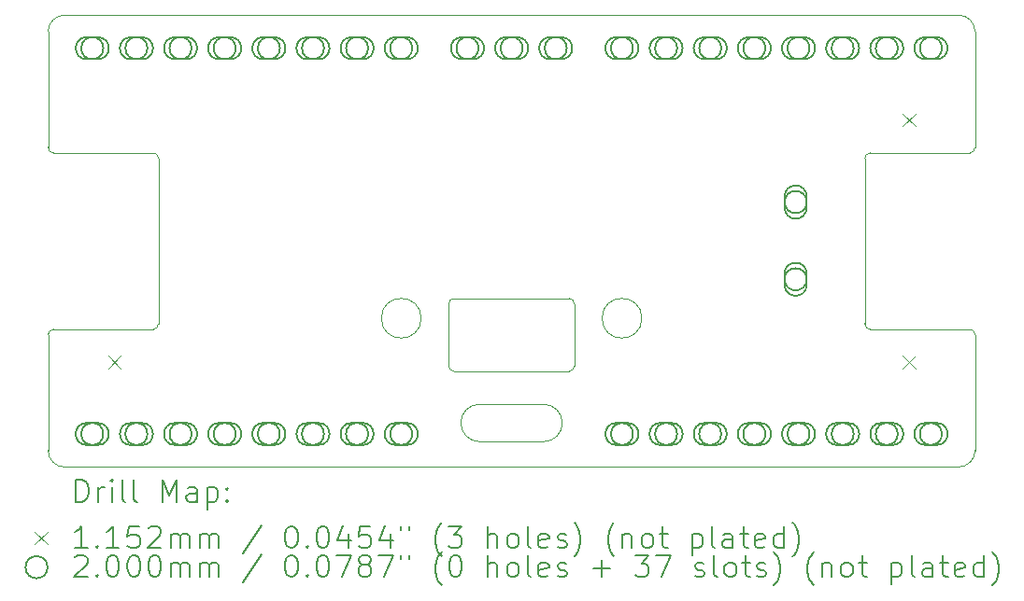
<source format=gbr>
%TF.GenerationSoftware,KiCad,Pcbnew,6.0.10+dfsg-1~bpo11+1*%
%TF.ProjectId,project,70726f6a-6563-4742-9e6b-696361645f70,rev?*%
%TF.SameCoordinates,Original*%
%TF.FileFunction,Drillmap*%
%TF.FilePolarity,Positive*%
%FSLAX45Y45*%
G04 Gerber Fmt 4.5, Leading zero omitted, Abs format (unit mm)*
%MOMM*%
%LPD*%
G01*
G04 APERTURE LIST*
%ADD10C,0.100000*%
%ADD11C,0.200000*%
%ADD12C,0.115200*%
G04 APERTURE END LIST*
D10*
X12776250Y-7053750D02*
G75*
G03*
X12626250Y-7203750I0J-150000D01*
G01*
X17116250Y-10923750D02*
G75*
G03*
X17116250Y-10583750I300J170000D01*
G01*
X17346250Y-10283750D02*
X16306250Y-10283750D01*
X16536250Y-10583750D02*
G75*
G03*
X16536250Y-10923750I-300J-170000D01*
G01*
X21026250Y-7203750D02*
G75*
G03*
X20876250Y-7053750I-150000J0D01*
G01*
X12626250Y-9953750D02*
X12626250Y-11003750D01*
X20826250Y-11153750D02*
X12826250Y-11153750D01*
X20026250Y-9853750D02*
X20026250Y-8353750D01*
X20076250Y-8303750D02*
X20976250Y-8303750D01*
X20876250Y-7053750D02*
X12776250Y-7053750D01*
X18006250Y-9803750D02*
G75*
G03*
X18006250Y-9803750I-180000J0D01*
G01*
X16256250Y-10233750D02*
X16256250Y-9673750D01*
X17396250Y-9673750D02*
G75*
G03*
X17346250Y-9623750I-50000J0D01*
G01*
X20976250Y-9903750D02*
X20076250Y-9903750D01*
X16306250Y-9623750D02*
G75*
G03*
X16256250Y-9673750I0J-50000D01*
G01*
X16006250Y-9803750D02*
G75*
G03*
X16006250Y-9803750I-180000J0D01*
G01*
X13576250Y-9903750D02*
G75*
G03*
X13626250Y-9853750I0J50000D01*
G01*
X17346250Y-10283750D02*
G75*
G03*
X17396250Y-10233750I0J50000D01*
G01*
X16536250Y-10583750D02*
X17116250Y-10583750D01*
X20026250Y-9853750D02*
G75*
G03*
X20076250Y-9903750I50000J0D01*
G01*
X13576250Y-9903750D02*
X12676250Y-9903750D01*
X12626250Y-11003750D02*
G75*
G03*
X12776250Y-11153750I150000J0D01*
G01*
X21026250Y-8253750D02*
X21026250Y-7203750D01*
X12626250Y-8253750D02*
G75*
G03*
X12676250Y-8303750I50000J0D01*
G01*
X20876250Y-11153750D02*
X20826250Y-11153750D01*
X17116250Y-10923750D02*
X16536250Y-10923750D01*
X12676250Y-9903750D02*
G75*
G03*
X12626250Y-9953750I0J-50000D01*
G01*
X20076250Y-8303750D02*
G75*
G03*
X20026250Y-8353750I0J-50000D01*
G01*
X17396250Y-9673750D02*
X17396250Y-10233750D01*
X20876250Y-11153750D02*
G75*
G03*
X21026250Y-11003750I0J150000D01*
G01*
X13626250Y-8353750D02*
X13626250Y-9853750D01*
X12626250Y-7203750D02*
X12626250Y-8253750D01*
X20976250Y-8303750D02*
G75*
G03*
X21026250Y-8253750I0J50000D01*
G01*
X13626250Y-8353750D02*
G75*
G03*
X13576250Y-8303750I-50000J0D01*
G01*
X21026250Y-9953750D02*
X21026250Y-11003750D01*
X16306250Y-9623750D02*
X17346250Y-9623750D01*
X12776250Y-11153750D02*
X12826250Y-11153750D01*
X12676250Y-8303750D02*
X13576250Y-8303750D01*
X16256250Y-10233750D02*
G75*
G03*
X16306250Y-10283750I50000J0D01*
G01*
X21026250Y-9953750D02*
G75*
G03*
X20976250Y-9903750I-50000J0D01*
G01*
D11*
D12*
X13168650Y-10146150D02*
X13283850Y-10261350D01*
X13283850Y-10146150D02*
X13168650Y-10261350D01*
X20368650Y-7946150D02*
X20483850Y-8061350D01*
X20483850Y-7946150D02*
X20368650Y-8061350D01*
X20368650Y-10146150D02*
X20483850Y-10261350D01*
X20483850Y-10146150D02*
X20368650Y-10261350D01*
D11*
X13126250Y-7353750D02*
G75*
G03*
X13126250Y-7353750I-100000J0D01*
G01*
X13076250Y-7253750D02*
X12976250Y-7253750D01*
X13076250Y-7453750D02*
X12976250Y-7453750D01*
X12976250Y-7253750D02*
G75*
G03*
X12976250Y-7453750I0J-100000D01*
G01*
X13076250Y-7453750D02*
G75*
G03*
X13076250Y-7253750I0J100000D01*
G01*
X13126250Y-10853750D02*
G75*
G03*
X13126250Y-10853750I-100000J0D01*
G01*
X12976250Y-10953750D02*
X13076250Y-10953750D01*
X12976250Y-10753750D02*
X13076250Y-10753750D01*
X13076250Y-10953750D02*
G75*
G03*
X13076250Y-10753750I0J100000D01*
G01*
X12976250Y-10753750D02*
G75*
G03*
X12976250Y-10953750I0J-100000D01*
G01*
X13526250Y-7353750D02*
G75*
G03*
X13526250Y-7353750I-100000J0D01*
G01*
X13476250Y-7253750D02*
X13376250Y-7253750D01*
X13476250Y-7453750D02*
X13376250Y-7453750D01*
X13376250Y-7253750D02*
G75*
G03*
X13376250Y-7453750I0J-100000D01*
G01*
X13476250Y-7453750D02*
G75*
G03*
X13476250Y-7253750I0J100000D01*
G01*
X13526250Y-10853750D02*
G75*
G03*
X13526250Y-10853750I-100000J0D01*
G01*
X13376250Y-10953750D02*
X13476250Y-10953750D01*
X13376250Y-10753750D02*
X13476250Y-10753750D01*
X13476250Y-10953750D02*
G75*
G03*
X13476250Y-10753750I0J100000D01*
G01*
X13376250Y-10753750D02*
G75*
G03*
X13376250Y-10953750I0J-100000D01*
G01*
X13926250Y-7353750D02*
G75*
G03*
X13926250Y-7353750I-100000J0D01*
G01*
X13876250Y-7253750D02*
X13776250Y-7253750D01*
X13876250Y-7453750D02*
X13776250Y-7453750D01*
X13776250Y-7253750D02*
G75*
G03*
X13776250Y-7453750I0J-100000D01*
G01*
X13876250Y-7453750D02*
G75*
G03*
X13876250Y-7253750I0J100000D01*
G01*
X13926250Y-10853750D02*
G75*
G03*
X13926250Y-10853750I-100000J0D01*
G01*
X13776250Y-10953750D02*
X13876250Y-10953750D01*
X13776250Y-10753750D02*
X13876250Y-10753750D01*
X13876250Y-10953750D02*
G75*
G03*
X13876250Y-10753750I0J100000D01*
G01*
X13776250Y-10753750D02*
G75*
G03*
X13776250Y-10953750I0J-100000D01*
G01*
X14326250Y-7353750D02*
G75*
G03*
X14326250Y-7353750I-100000J0D01*
G01*
X14276250Y-7253750D02*
X14176250Y-7253750D01*
X14276250Y-7453750D02*
X14176250Y-7453750D01*
X14176250Y-7253750D02*
G75*
G03*
X14176250Y-7453750I0J-100000D01*
G01*
X14276250Y-7453750D02*
G75*
G03*
X14276250Y-7253750I0J100000D01*
G01*
X14326250Y-10853750D02*
G75*
G03*
X14326250Y-10853750I-100000J0D01*
G01*
X14176250Y-10953750D02*
X14276250Y-10953750D01*
X14176250Y-10753750D02*
X14276250Y-10753750D01*
X14276250Y-10953750D02*
G75*
G03*
X14276250Y-10753750I0J100000D01*
G01*
X14176250Y-10753750D02*
G75*
G03*
X14176250Y-10953750I0J-100000D01*
G01*
X14726250Y-7353750D02*
G75*
G03*
X14726250Y-7353750I-100000J0D01*
G01*
X14676250Y-7253750D02*
X14576250Y-7253750D01*
X14676250Y-7453750D02*
X14576250Y-7453750D01*
X14576250Y-7253750D02*
G75*
G03*
X14576250Y-7453750I0J-100000D01*
G01*
X14676250Y-7453750D02*
G75*
G03*
X14676250Y-7253750I0J100000D01*
G01*
X14726250Y-10853750D02*
G75*
G03*
X14726250Y-10853750I-100000J0D01*
G01*
X14576250Y-10953750D02*
X14676250Y-10953750D01*
X14576250Y-10753750D02*
X14676250Y-10753750D01*
X14676250Y-10953750D02*
G75*
G03*
X14676250Y-10753750I0J100000D01*
G01*
X14576250Y-10753750D02*
G75*
G03*
X14576250Y-10953750I0J-100000D01*
G01*
X15126250Y-7353750D02*
G75*
G03*
X15126250Y-7353750I-100000J0D01*
G01*
X15076250Y-7253750D02*
X14976250Y-7253750D01*
X15076250Y-7453750D02*
X14976250Y-7453750D01*
X14976250Y-7253750D02*
G75*
G03*
X14976250Y-7453750I0J-100000D01*
G01*
X15076250Y-7453750D02*
G75*
G03*
X15076250Y-7253750I0J100000D01*
G01*
X15126250Y-10853750D02*
G75*
G03*
X15126250Y-10853750I-100000J0D01*
G01*
X14976250Y-10953750D02*
X15076250Y-10953750D01*
X14976250Y-10753750D02*
X15076250Y-10753750D01*
X15076250Y-10953750D02*
G75*
G03*
X15076250Y-10753750I0J100000D01*
G01*
X14976250Y-10753750D02*
G75*
G03*
X14976250Y-10953750I0J-100000D01*
G01*
X15526250Y-7353750D02*
G75*
G03*
X15526250Y-7353750I-100000J0D01*
G01*
X15476250Y-7253750D02*
X15376250Y-7253750D01*
X15476250Y-7453750D02*
X15376250Y-7453750D01*
X15376250Y-7253750D02*
G75*
G03*
X15376250Y-7453750I0J-100000D01*
G01*
X15476250Y-7453750D02*
G75*
G03*
X15476250Y-7253750I0J100000D01*
G01*
X15526250Y-10853750D02*
G75*
G03*
X15526250Y-10853750I-100000J0D01*
G01*
X15376250Y-10953750D02*
X15476250Y-10953750D01*
X15376250Y-10753750D02*
X15476250Y-10753750D01*
X15476250Y-10953750D02*
G75*
G03*
X15476250Y-10753750I0J100000D01*
G01*
X15376250Y-10753750D02*
G75*
G03*
X15376250Y-10953750I0J-100000D01*
G01*
X15926250Y-7353750D02*
G75*
G03*
X15926250Y-7353750I-100000J0D01*
G01*
X15876250Y-7253750D02*
X15776250Y-7253750D01*
X15876250Y-7453750D02*
X15776250Y-7453750D01*
X15776250Y-7253750D02*
G75*
G03*
X15776250Y-7453750I0J-100000D01*
G01*
X15876250Y-7453750D02*
G75*
G03*
X15876250Y-7253750I0J100000D01*
G01*
X15926250Y-10853750D02*
G75*
G03*
X15926250Y-10853750I-100000J0D01*
G01*
X15776250Y-10953750D02*
X15876250Y-10953750D01*
X15776250Y-10753750D02*
X15876250Y-10753750D01*
X15876250Y-10953750D02*
G75*
G03*
X15876250Y-10753750I0J100000D01*
G01*
X15776250Y-10753750D02*
G75*
G03*
X15776250Y-10953750I0J-100000D01*
G01*
X16526250Y-7353750D02*
G75*
G03*
X16526250Y-7353750I-100000J0D01*
G01*
X16476250Y-7253750D02*
X16376250Y-7253750D01*
X16476250Y-7453750D02*
X16376250Y-7453750D01*
X16376250Y-7253750D02*
G75*
G03*
X16376250Y-7453750I0J-100000D01*
G01*
X16476250Y-7453750D02*
G75*
G03*
X16476250Y-7253750I0J100000D01*
G01*
X16926250Y-7353750D02*
G75*
G03*
X16926250Y-7353750I-100000J0D01*
G01*
X16876250Y-7253750D02*
X16776250Y-7253750D01*
X16876250Y-7453750D02*
X16776250Y-7453750D01*
X16776250Y-7253750D02*
G75*
G03*
X16776250Y-7453750I0J-100000D01*
G01*
X16876250Y-7453750D02*
G75*
G03*
X16876250Y-7253750I0J100000D01*
G01*
X17326250Y-7353750D02*
G75*
G03*
X17326250Y-7353750I-100000J0D01*
G01*
X17276250Y-7253750D02*
X17176250Y-7253750D01*
X17276250Y-7453750D02*
X17176250Y-7453750D01*
X17176250Y-7253750D02*
G75*
G03*
X17176250Y-7453750I0J-100000D01*
G01*
X17276250Y-7453750D02*
G75*
G03*
X17276250Y-7253750I0J100000D01*
G01*
X17926250Y-7353750D02*
G75*
G03*
X17926250Y-7353750I-100000J0D01*
G01*
X17876250Y-7253750D02*
X17776250Y-7253750D01*
X17876250Y-7453750D02*
X17776250Y-7453750D01*
X17776250Y-7253750D02*
G75*
G03*
X17776250Y-7453750I0J-100000D01*
G01*
X17876250Y-7453750D02*
G75*
G03*
X17876250Y-7253750I0J100000D01*
G01*
X17926250Y-10853750D02*
G75*
G03*
X17926250Y-10853750I-100000J0D01*
G01*
X17776250Y-10953750D02*
X17876250Y-10953750D01*
X17776250Y-10753750D02*
X17876250Y-10753750D01*
X17876250Y-10953750D02*
G75*
G03*
X17876250Y-10753750I0J100000D01*
G01*
X17776250Y-10753750D02*
G75*
G03*
X17776250Y-10953750I0J-100000D01*
G01*
X18326250Y-7353750D02*
G75*
G03*
X18326250Y-7353750I-100000J0D01*
G01*
X18276250Y-7253750D02*
X18176250Y-7253750D01*
X18276250Y-7453750D02*
X18176250Y-7453750D01*
X18176250Y-7253750D02*
G75*
G03*
X18176250Y-7453750I0J-100000D01*
G01*
X18276250Y-7453750D02*
G75*
G03*
X18276250Y-7253750I0J100000D01*
G01*
X18326250Y-10853750D02*
G75*
G03*
X18326250Y-10853750I-100000J0D01*
G01*
X18176250Y-10953750D02*
X18276250Y-10953750D01*
X18176250Y-10753750D02*
X18276250Y-10753750D01*
X18276250Y-10953750D02*
G75*
G03*
X18276250Y-10753750I0J100000D01*
G01*
X18176250Y-10753750D02*
G75*
G03*
X18176250Y-10953750I0J-100000D01*
G01*
X18726250Y-7353750D02*
G75*
G03*
X18726250Y-7353750I-100000J0D01*
G01*
X18676250Y-7253750D02*
X18576250Y-7253750D01*
X18676250Y-7453750D02*
X18576250Y-7453750D01*
X18576250Y-7253750D02*
G75*
G03*
X18576250Y-7453750I0J-100000D01*
G01*
X18676250Y-7453750D02*
G75*
G03*
X18676250Y-7253750I0J100000D01*
G01*
X18726250Y-10853750D02*
G75*
G03*
X18726250Y-10853750I-100000J0D01*
G01*
X18576250Y-10953750D02*
X18676250Y-10953750D01*
X18576250Y-10753750D02*
X18676250Y-10753750D01*
X18676250Y-10953750D02*
G75*
G03*
X18676250Y-10753750I0J100000D01*
G01*
X18576250Y-10753750D02*
G75*
G03*
X18576250Y-10953750I0J-100000D01*
G01*
X19126250Y-7353750D02*
G75*
G03*
X19126250Y-7353750I-100000J0D01*
G01*
X19076250Y-7253750D02*
X18976250Y-7253750D01*
X19076250Y-7453750D02*
X18976250Y-7453750D01*
X18976250Y-7253750D02*
G75*
G03*
X18976250Y-7453750I0J-100000D01*
G01*
X19076250Y-7453750D02*
G75*
G03*
X19076250Y-7253750I0J100000D01*
G01*
X19126250Y-10853750D02*
G75*
G03*
X19126250Y-10853750I-100000J0D01*
G01*
X18976250Y-10953750D02*
X19076250Y-10953750D01*
X18976250Y-10753750D02*
X19076250Y-10753750D01*
X19076250Y-10953750D02*
G75*
G03*
X19076250Y-10753750I0J100000D01*
G01*
X18976250Y-10753750D02*
G75*
G03*
X18976250Y-10953750I0J-100000D01*
G01*
X19500000Y-8750000D02*
G75*
G03*
X19500000Y-8750000I-100000J0D01*
G01*
X19500000Y-8800000D02*
X19500000Y-8700000D01*
X19300000Y-8800000D02*
X19300000Y-8700000D01*
X19500000Y-8700000D02*
G75*
G03*
X19300000Y-8700000I-100000J0D01*
G01*
X19300000Y-8800000D02*
G75*
G03*
X19500000Y-8800000I100000J0D01*
G01*
X19500000Y-9450000D02*
G75*
G03*
X19500000Y-9450000I-100000J0D01*
G01*
X19500000Y-9500000D02*
X19500000Y-9400000D01*
X19300000Y-9500000D02*
X19300000Y-9400000D01*
X19500000Y-9400000D02*
G75*
G03*
X19300000Y-9400000I-100000J0D01*
G01*
X19300000Y-9500000D02*
G75*
G03*
X19500000Y-9500000I100000J0D01*
G01*
X19526250Y-7353750D02*
G75*
G03*
X19526250Y-7353750I-100000J0D01*
G01*
X19476250Y-7253750D02*
X19376250Y-7253750D01*
X19476250Y-7453750D02*
X19376250Y-7453750D01*
X19376250Y-7253750D02*
G75*
G03*
X19376250Y-7453750I0J-100000D01*
G01*
X19476250Y-7453750D02*
G75*
G03*
X19476250Y-7253750I0J100000D01*
G01*
X19526250Y-10853750D02*
G75*
G03*
X19526250Y-10853750I-100000J0D01*
G01*
X19376250Y-10953750D02*
X19476250Y-10953750D01*
X19376250Y-10753750D02*
X19476250Y-10753750D01*
X19476250Y-10953750D02*
G75*
G03*
X19476250Y-10753750I0J100000D01*
G01*
X19376250Y-10753750D02*
G75*
G03*
X19376250Y-10953750I0J-100000D01*
G01*
X19926250Y-7353750D02*
G75*
G03*
X19926250Y-7353750I-100000J0D01*
G01*
X19876250Y-7253750D02*
X19776250Y-7253750D01*
X19876250Y-7453750D02*
X19776250Y-7453750D01*
X19776250Y-7253750D02*
G75*
G03*
X19776250Y-7453750I0J-100000D01*
G01*
X19876250Y-7453750D02*
G75*
G03*
X19876250Y-7253750I0J100000D01*
G01*
X19926250Y-10853750D02*
G75*
G03*
X19926250Y-10853750I-100000J0D01*
G01*
X19776250Y-10953750D02*
X19876250Y-10953750D01*
X19776250Y-10753750D02*
X19876250Y-10753750D01*
X19876250Y-10953750D02*
G75*
G03*
X19876250Y-10753750I0J100000D01*
G01*
X19776250Y-10753750D02*
G75*
G03*
X19776250Y-10953750I0J-100000D01*
G01*
X20326250Y-7353750D02*
G75*
G03*
X20326250Y-7353750I-100000J0D01*
G01*
X20276250Y-7253750D02*
X20176250Y-7253750D01*
X20276250Y-7453750D02*
X20176250Y-7453750D01*
X20176250Y-7253750D02*
G75*
G03*
X20176250Y-7453750I0J-100000D01*
G01*
X20276250Y-7453750D02*
G75*
G03*
X20276250Y-7253750I0J100000D01*
G01*
X20326250Y-10853750D02*
G75*
G03*
X20326250Y-10853750I-100000J0D01*
G01*
X20176250Y-10953750D02*
X20276250Y-10953750D01*
X20176250Y-10753750D02*
X20276250Y-10753750D01*
X20276250Y-10953750D02*
G75*
G03*
X20276250Y-10753750I0J100000D01*
G01*
X20176250Y-10753750D02*
G75*
G03*
X20176250Y-10953750I0J-100000D01*
G01*
X20726250Y-7353750D02*
G75*
G03*
X20726250Y-7353750I-100000J0D01*
G01*
X20676250Y-7253750D02*
X20576250Y-7253750D01*
X20676250Y-7453750D02*
X20576250Y-7453750D01*
X20576250Y-7253750D02*
G75*
G03*
X20576250Y-7453750I0J-100000D01*
G01*
X20676250Y-7453750D02*
G75*
G03*
X20676250Y-7253750I0J100000D01*
G01*
X20726250Y-10853750D02*
G75*
G03*
X20726250Y-10853750I-100000J0D01*
G01*
X20576250Y-10953750D02*
X20676250Y-10953750D01*
X20576250Y-10753750D02*
X20676250Y-10753750D01*
X20676250Y-10953750D02*
G75*
G03*
X20676250Y-10753750I0J100000D01*
G01*
X20576250Y-10753750D02*
G75*
G03*
X20576250Y-10953750I0J-100000D01*
G01*
X12878869Y-11469226D02*
X12878869Y-11269226D01*
X12926488Y-11269226D01*
X12955059Y-11278750D01*
X12974107Y-11297798D01*
X12983631Y-11316845D01*
X12993155Y-11354940D01*
X12993155Y-11383512D01*
X12983631Y-11421607D01*
X12974107Y-11440655D01*
X12955059Y-11459702D01*
X12926488Y-11469226D01*
X12878869Y-11469226D01*
X13078869Y-11469226D02*
X13078869Y-11335893D01*
X13078869Y-11373988D02*
X13088393Y-11354940D01*
X13097917Y-11345417D01*
X13116964Y-11335893D01*
X13136012Y-11335893D01*
X13202678Y-11469226D02*
X13202678Y-11335893D01*
X13202678Y-11269226D02*
X13193155Y-11278750D01*
X13202678Y-11288274D01*
X13212202Y-11278750D01*
X13202678Y-11269226D01*
X13202678Y-11288274D01*
X13326488Y-11469226D02*
X13307440Y-11459702D01*
X13297917Y-11440655D01*
X13297917Y-11269226D01*
X13431250Y-11469226D02*
X13412202Y-11459702D01*
X13402678Y-11440655D01*
X13402678Y-11269226D01*
X13659821Y-11469226D02*
X13659821Y-11269226D01*
X13726488Y-11412083D01*
X13793155Y-11269226D01*
X13793155Y-11469226D01*
X13974107Y-11469226D02*
X13974107Y-11364464D01*
X13964583Y-11345417D01*
X13945536Y-11335893D01*
X13907440Y-11335893D01*
X13888393Y-11345417D01*
X13974107Y-11459702D02*
X13955059Y-11469226D01*
X13907440Y-11469226D01*
X13888393Y-11459702D01*
X13878869Y-11440655D01*
X13878869Y-11421607D01*
X13888393Y-11402559D01*
X13907440Y-11393036D01*
X13955059Y-11393036D01*
X13974107Y-11383512D01*
X14069345Y-11335893D02*
X14069345Y-11535893D01*
X14069345Y-11345417D02*
X14088393Y-11335893D01*
X14126488Y-11335893D01*
X14145536Y-11345417D01*
X14155059Y-11354940D01*
X14164583Y-11373988D01*
X14164583Y-11431131D01*
X14155059Y-11450178D01*
X14145536Y-11459702D01*
X14126488Y-11469226D01*
X14088393Y-11469226D01*
X14069345Y-11459702D01*
X14250298Y-11450178D02*
X14259821Y-11459702D01*
X14250298Y-11469226D01*
X14240774Y-11459702D01*
X14250298Y-11450178D01*
X14250298Y-11469226D01*
X14250298Y-11345417D02*
X14259821Y-11354940D01*
X14250298Y-11364464D01*
X14240774Y-11354940D01*
X14250298Y-11345417D01*
X14250298Y-11364464D01*
D12*
X12506050Y-11741150D02*
X12621250Y-11856350D01*
X12621250Y-11741150D02*
X12506050Y-11856350D01*
D11*
X12983631Y-11889226D02*
X12869345Y-11889226D01*
X12926488Y-11889226D02*
X12926488Y-11689226D01*
X12907440Y-11717798D01*
X12888393Y-11736845D01*
X12869345Y-11746369D01*
X13069345Y-11870178D02*
X13078869Y-11879702D01*
X13069345Y-11889226D01*
X13059821Y-11879702D01*
X13069345Y-11870178D01*
X13069345Y-11889226D01*
X13269345Y-11889226D02*
X13155059Y-11889226D01*
X13212202Y-11889226D02*
X13212202Y-11689226D01*
X13193155Y-11717798D01*
X13174107Y-11736845D01*
X13155059Y-11746369D01*
X13450298Y-11689226D02*
X13355059Y-11689226D01*
X13345536Y-11784464D01*
X13355059Y-11774940D01*
X13374107Y-11765417D01*
X13421726Y-11765417D01*
X13440774Y-11774940D01*
X13450298Y-11784464D01*
X13459821Y-11803512D01*
X13459821Y-11851131D01*
X13450298Y-11870178D01*
X13440774Y-11879702D01*
X13421726Y-11889226D01*
X13374107Y-11889226D01*
X13355059Y-11879702D01*
X13345536Y-11870178D01*
X13536012Y-11708274D02*
X13545536Y-11698750D01*
X13564583Y-11689226D01*
X13612202Y-11689226D01*
X13631250Y-11698750D01*
X13640774Y-11708274D01*
X13650298Y-11727321D01*
X13650298Y-11746369D01*
X13640774Y-11774940D01*
X13526488Y-11889226D01*
X13650298Y-11889226D01*
X13736012Y-11889226D02*
X13736012Y-11755893D01*
X13736012Y-11774940D02*
X13745536Y-11765417D01*
X13764583Y-11755893D01*
X13793155Y-11755893D01*
X13812202Y-11765417D01*
X13821726Y-11784464D01*
X13821726Y-11889226D01*
X13821726Y-11784464D02*
X13831250Y-11765417D01*
X13850298Y-11755893D01*
X13878869Y-11755893D01*
X13897917Y-11765417D01*
X13907440Y-11784464D01*
X13907440Y-11889226D01*
X14002678Y-11889226D02*
X14002678Y-11755893D01*
X14002678Y-11774940D02*
X14012202Y-11765417D01*
X14031250Y-11755893D01*
X14059821Y-11755893D01*
X14078869Y-11765417D01*
X14088393Y-11784464D01*
X14088393Y-11889226D01*
X14088393Y-11784464D02*
X14097917Y-11765417D01*
X14116964Y-11755893D01*
X14145536Y-11755893D01*
X14164583Y-11765417D01*
X14174107Y-11784464D01*
X14174107Y-11889226D01*
X14564583Y-11679702D02*
X14393155Y-11936845D01*
X14821726Y-11689226D02*
X14840774Y-11689226D01*
X14859821Y-11698750D01*
X14869345Y-11708274D01*
X14878869Y-11727321D01*
X14888393Y-11765417D01*
X14888393Y-11813036D01*
X14878869Y-11851131D01*
X14869345Y-11870178D01*
X14859821Y-11879702D01*
X14840774Y-11889226D01*
X14821726Y-11889226D01*
X14802678Y-11879702D01*
X14793155Y-11870178D01*
X14783631Y-11851131D01*
X14774107Y-11813036D01*
X14774107Y-11765417D01*
X14783631Y-11727321D01*
X14793155Y-11708274D01*
X14802678Y-11698750D01*
X14821726Y-11689226D01*
X14974107Y-11870178D02*
X14983631Y-11879702D01*
X14974107Y-11889226D01*
X14964583Y-11879702D01*
X14974107Y-11870178D01*
X14974107Y-11889226D01*
X15107440Y-11689226D02*
X15126488Y-11689226D01*
X15145536Y-11698750D01*
X15155059Y-11708274D01*
X15164583Y-11727321D01*
X15174107Y-11765417D01*
X15174107Y-11813036D01*
X15164583Y-11851131D01*
X15155059Y-11870178D01*
X15145536Y-11879702D01*
X15126488Y-11889226D01*
X15107440Y-11889226D01*
X15088393Y-11879702D01*
X15078869Y-11870178D01*
X15069345Y-11851131D01*
X15059821Y-11813036D01*
X15059821Y-11765417D01*
X15069345Y-11727321D01*
X15078869Y-11708274D01*
X15088393Y-11698750D01*
X15107440Y-11689226D01*
X15345536Y-11755893D02*
X15345536Y-11889226D01*
X15297917Y-11679702D02*
X15250298Y-11822559D01*
X15374107Y-11822559D01*
X15545536Y-11689226D02*
X15450298Y-11689226D01*
X15440774Y-11784464D01*
X15450298Y-11774940D01*
X15469345Y-11765417D01*
X15516964Y-11765417D01*
X15536012Y-11774940D01*
X15545536Y-11784464D01*
X15555059Y-11803512D01*
X15555059Y-11851131D01*
X15545536Y-11870178D01*
X15536012Y-11879702D01*
X15516964Y-11889226D01*
X15469345Y-11889226D01*
X15450298Y-11879702D01*
X15440774Y-11870178D01*
X15726488Y-11755893D02*
X15726488Y-11889226D01*
X15678869Y-11679702D02*
X15631250Y-11822559D01*
X15755059Y-11822559D01*
X15821726Y-11689226D02*
X15821726Y-11727321D01*
X15897917Y-11689226D02*
X15897917Y-11727321D01*
X16193155Y-11965417D02*
X16183631Y-11955893D01*
X16164583Y-11927321D01*
X16155059Y-11908274D01*
X16145536Y-11879702D01*
X16136012Y-11832083D01*
X16136012Y-11793988D01*
X16145536Y-11746369D01*
X16155059Y-11717798D01*
X16164583Y-11698750D01*
X16183631Y-11670178D01*
X16193155Y-11660655D01*
X16250298Y-11689226D02*
X16374107Y-11689226D01*
X16307440Y-11765417D01*
X16336012Y-11765417D01*
X16355059Y-11774940D01*
X16364583Y-11784464D01*
X16374107Y-11803512D01*
X16374107Y-11851131D01*
X16364583Y-11870178D01*
X16355059Y-11879702D01*
X16336012Y-11889226D01*
X16278869Y-11889226D01*
X16259821Y-11879702D01*
X16250298Y-11870178D01*
X16612202Y-11889226D02*
X16612202Y-11689226D01*
X16697917Y-11889226D02*
X16697917Y-11784464D01*
X16688393Y-11765417D01*
X16669345Y-11755893D01*
X16640774Y-11755893D01*
X16621726Y-11765417D01*
X16612202Y-11774940D01*
X16821726Y-11889226D02*
X16802679Y-11879702D01*
X16793155Y-11870178D01*
X16783631Y-11851131D01*
X16783631Y-11793988D01*
X16793155Y-11774940D01*
X16802679Y-11765417D01*
X16821726Y-11755893D01*
X16850298Y-11755893D01*
X16869345Y-11765417D01*
X16878869Y-11774940D01*
X16888393Y-11793988D01*
X16888393Y-11851131D01*
X16878869Y-11870178D01*
X16869345Y-11879702D01*
X16850298Y-11889226D01*
X16821726Y-11889226D01*
X17002679Y-11889226D02*
X16983631Y-11879702D01*
X16974107Y-11860655D01*
X16974107Y-11689226D01*
X17155060Y-11879702D02*
X17136012Y-11889226D01*
X17097917Y-11889226D01*
X17078869Y-11879702D01*
X17069345Y-11860655D01*
X17069345Y-11784464D01*
X17078869Y-11765417D01*
X17097917Y-11755893D01*
X17136012Y-11755893D01*
X17155060Y-11765417D01*
X17164583Y-11784464D01*
X17164583Y-11803512D01*
X17069345Y-11822559D01*
X17240774Y-11879702D02*
X17259821Y-11889226D01*
X17297917Y-11889226D01*
X17316964Y-11879702D01*
X17326488Y-11860655D01*
X17326488Y-11851131D01*
X17316964Y-11832083D01*
X17297917Y-11822559D01*
X17269345Y-11822559D01*
X17250298Y-11813036D01*
X17240774Y-11793988D01*
X17240774Y-11784464D01*
X17250298Y-11765417D01*
X17269345Y-11755893D01*
X17297917Y-11755893D01*
X17316964Y-11765417D01*
X17393155Y-11965417D02*
X17402679Y-11955893D01*
X17421726Y-11927321D01*
X17431250Y-11908274D01*
X17440774Y-11879702D01*
X17450298Y-11832083D01*
X17450298Y-11793988D01*
X17440774Y-11746369D01*
X17431250Y-11717798D01*
X17421726Y-11698750D01*
X17402679Y-11670178D01*
X17393155Y-11660655D01*
X17755060Y-11965417D02*
X17745536Y-11955893D01*
X17726488Y-11927321D01*
X17716964Y-11908274D01*
X17707440Y-11879702D01*
X17697917Y-11832083D01*
X17697917Y-11793988D01*
X17707440Y-11746369D01*
X17716964Y-11717798D01*
X17726488Y-11698750D01*
X17745536Y-11670178D01*
X17755060Y-11660655D01*
X17831250Y-11755893D02*
X17831250Y-11889226D01*
X17831250Y-11774940D02*
X17840774Y-11765417D01*
X17859821Y-11755893D01*
X17888393Y-11755893D01*
X17907440Y-11765417D01*
X17916964Y-11784464D01*
X17916964Y-11889226D01*
X18040774Y-11889226D02*
X18021726Y-11879702D01*
X18012202Y-11870178D01*
X18002679Y-11851131D01*
X18002679Y-11793988D01*
X18012202Y-11774940D01*
X18021726Y-11765417D01*
X18040774Y-11755893D01*
X18069345Y-11755893D01*
X18088393Y-11765417D01*
X18097917Y-11774940D01*
X18107440Y-11793988D01*
X18107440Y-11851131D01*
X18097917Y-11870178D01*
X18088393Y-11879702D01*
X18069345Y-11889226D01*
X18040774Y-11889226D01*
X18164583Y-11755893D02*
X18240774Y-11755893D01*
X18193155Y-11689226D02*
X18193155Y-11860655D01*
X18202679Y-11879702D01*
X18221726Y-11889226D01*
X18240774Y-11889226D01*
X18459821Y-11755893D02*
X18459821Y-11955893D01*
X18459821Y-11765417D02*
X18478869Y-11755893D01*
X18516964Y-11755893D01*
X18536012Y-11765417D01*
X18545536Y-11774940D01*
X18555060Y-11793988D01*
X18555060Y-11851131D01*
X18545536Y-11870178D01*
X18536012Y-11879702D01*
X18516964Y-11889226D01*
X18478869Y-11889226D01*
X18459821Y-11879702D01*
X18669345Y-11889226D02*
X18650298Y-11879702D01*
X18640774Y-11860655D01*
X18640774Y-11689226D01*
X18831250Y-11889226D02*
X18831250Y-11784464D01*
X18821726Y-11765417D01*
X18802679Y-11755893D01*
X18764583Y-11755893D01*
X18745536Y-11765417D01*
X18831250Y-11879702D02*
X18812202Y-11889226D01*
X18764583Y-11889226D01*
X18745536Y-11879702D01*
X18736012Y-11860655D01*
X18736012Y-11841607D01*
X18745536Y-11822559D01*
X18764583Y-11813036D01*
X18812202Y-11813036D01*
X18831250Y-11803512D01*
X18897917Y-11755893D02*
X18974107Y-11755893D01*
X18926488Y-11689226D02*
X18926488Y-11860655D01*
X18936012Y-11879702D01*
X18955060Y-11889226D01*
X18974107Y-11889226D01*
X19116964Y-11879702D02*
X19097917Y-11889226D01*
X19059821Y-11889226D01*
X19040774Y-11879702D01*
X19031250Y-11860655D01*
X19031250Y-11784464D01*
X19040774Y-11765417D01*
X19059821Y-11755893D01*
X19097917Y-11755893D01*
X19116964Y-11765417D01*
X19126488Y-11784464D01*
X19126488Y-11803512D01*
X19031250Y-11822559D01*
X19297917Y-11889226D02*
X19297917Y-11689226D01*
X19297917Y-11879702D02*
X19278869Y-11889226D01*
X19240774Y-11889226D01*
X19221726Y-11879702D01*
X19212202Y-11870178D01*
X19202679Y-11851131D01*
X19202679Y-11793988D01*
X19212202Y-11774940D01*
X19221726Y-11765417D01*
X19240774Y-11755893D01*
X19278869Y-11755893D01*
X19297917Y-11765417D01*
X19374107Y-11965417D02*
X19383631Y-11955893D01*
X19402679Y-11927321D01*
X19412202Y-11908274D01*
X19421726Y-11879702D01*
X19431250Y-11832083D01*
X19431250Y-11793988D01*
X19421726Y-11746369D01*
X19412202Y-11717798D01*
X19402679Y-11698750D01*
X19383631Y-11670178D01*
X19374107Y-11660655D01*
X12621250Y-12062750D02*
G75*
G03*
X12621250Y-12062750I-100000J0D01*
G01*
X12869345Y-11972274D02*
X12878869Y-11962750D01*
X12897917Y-11953226D01*
X12945536Y-11953226D01*
X12964583Y-11962750D01*
X12974107Y-11972274D01*
X12983631Y-11991321D01*
X12983631Y-12010369D01*
X12974107Y-12038940D01*
X12859821Y-12153226D01*
X12983631Y-12153226D01*
X13069345Y-12134178D02*
X13078869Y-12143702D01*
X13069345Y-12153226D01*
X13059821Y-12143702D01*
X13069345Y-12134178D01*
X13069345Y-12153226D01*
X13202678Y-11953226D02*
X13221726Y-11953226D01*
X13240774Y-11962750D01*
X13250298Y-11972274D01*
X13259821Y-11991321D01*
X13269345Y-12029417D01*
X13269345Y-12077036D01*
X13259821Y-12115131D01*
X13250298Y-12134178D01*
X13240774Y-12143702D01*
X13221726Y-12153226D01*
X13202678Y-12153226D01*
X13183631Y-12143702D01*
X13174107Y-12134178D01*
X13164583Y-12115131D01*
X13155059Y-12077036D01*
X13155059Y-12029417D01*
X13164583Y-11991321D01*
X13174107Y-11972274D01*
X13183631Y-11962750D01*
X13202678Y-11953226D01*
X13393155Y-11953226D02*
X13412202Y-11953226D01*
X13431250Y-11962750D01*
X13440774Y-11972274D01*
X13450298Y-11991321D01*
X13459821Y-12029417D01*
X13459821Y-12077036D01*
X13450298Y-12115131D01*
X13440774Y-12134178D01*
X13431250Y-12143702D01*
X13412202Y-12153226D01*
X13393155Y-12153226D01*
X13374107Y-12143702D01*
X13364583Y-12134178D01*
X13355059Y-12115131D01*
X13345536Y-12077036D01*
X13345536Y-12029417D01*
X13355059Y-11991321D01*
X13364583Y-11972274D01*
X13374107Y-11962750D01*
X13393155Y-11953226D01*
X13583631Y-11953226D02*
X13602678Y-11953226D01*
X13621726Y-11962750D01*
X13631250Y-11972274D01*
X13640774Y-11991321D01*
X13650298Y-12029417D01*
X13650298Y-12077036D01*
X13640774Y-12115131D01*
X13631250Y-12134178D01*
X13621726Y-12143702D01*
X13602678Y-12153226D01*
X13583631Y-12153226D01*
X13564583Y-12143702D01*
X13555059Y-12134178D01*
X13545536Y-12115131D01*
X13536012Y-12077036D01*
X13536012Y-12029417D01*
X13545536Y-11991321D01*
X13555059Y-11972274D01*
X13564583Y-11962750D01*
X13583631Y-11953226D01*
X13736012Y-12153226D02*
X13736012Y-12019893D01*
X13736012Y-12038940D02*
X13745536Y-12029417D01*
X13764583Y-12019893D01*
X13793155Y-12019893D01*
X13812202Y-12029417D01*
X13821726Y-12048464D01*
X13821726Y-12153226D01*
X13821726Y-12048464D02*
X13831250Y-12029417D01*
X13850298Y-12019893D01*
X13878869Y-12019893D01*
X13897917Y-12029417D01*
X13907440Y-12048464D01*
X13907440Y-12153226D01*
X14002678Y-12153226D02*
X14002678Y-12019893D01*
X14002678Y-12038940D02*
X14012202Y-12029417D01*
X14031250Y-12019893D01*
X14059821Y-12019893D01*
X14078869Y-12029417D01*
X14088393Y-12048464D01*
X14088393Y-12153226D01*
X14088393Y-12048464D02*
X14097917Y-12029417D01*
X14116964Y-12019893D01*
X14145536Y-12019893D01*
X14164583Y-12029417D01*
X14174107Y-12048464D01*
X14174107Y-12153226D01*
X14564583Y-11943702D02*
X14393155Y-12200845D01*
X14821726Y-11953226D02*
X14840774Y-11953226D01*
X14859821Y-11962750D01*
X14869345Y-11972274D01*
X14878869Y-11991321D01*
X14888393Y-12029417D01*
X14888393Y-12077036D01*
X14878869Y-12115131D01*
X14869345Y-12134178D01*
X14859821Y-12143702D01*
X14840774Y-12153226D01*
X14821726Y-12153226D01*
X14802678Y-12143702D01*
X14793155Y-12134178D01*
X14783631Y-12115131D01*
X14774107Y-12077036D01*
X14774107Y-12029417D01*
X14783631Y-11991321D01*
X14793155Y-11972274D01*
X14802678Y-11962750D01*
X14821726Y-11953226D01*
X14974107Y-12134178D02*
X14983631Y-12143702D01*
X14974107Y-12153226D01*
X14964583Y-12143702D01*
X14974107Y-12134178D01*
X14974107Y-12153226D01*
X15107440Y-11953226D02*
X15126488Y-11953226D01*
X15145536Y-11962750D01*
X15155059Y-11972274D01*
X15164583Y-11991321D01*
X15174107Y-12029417D01*
X15174107Y-12077036D01*
X15164583Y-12115131D01*
X15155059Y-12134178D01*
X15145536Y-12143702D01*
X15126488Y-12153226D01*
X15107440Y-12153226D01*
X15088393Y-12143702D01*
X15078869Y-12134178D01*
X15069345Y-12115131D01*
X15059821Y-12077036D01*
X15059821Y-12029417D01*
X15069345Y-11991321D01*
X15078869Y-11972274D01*
X15088393Y-11962750D01*
X15107440Y-11953226D01*
X15240774Y-11953226D02*
X15374107Y-11953226D01*
X15288393Y-12153226D01*
X15478869Y-12038940D02*
X15459821Y-12029417D01*
X15450298Y-12019893D01*
X15440774Y-12000845D01*
X15440774Y-11991321D01*
X15450298Y-11972274D01*
X15459821Y-11962750D01*
X15478869Y-11953226D01*
X15516964Y-11953226D01*
X15536012Y-11962750D01*
X15545536Y-11972274D01*
X15555059Y-11991321D01*
X15555059Y-12000845D01*
X15545536Y-12019893D01*
X15536012Y-12029417D01*
X15516964Y-12038940D01*
X15478869Y-12038940D01*
X15459821Y-12048464D01*
X15450298Y-12057988D01*
X15440774Y-12077036D01*
X15440774Y-12115131D01*
X15450298Y-12134178D01*
X15459821Y-12143702D01*
X15478869Y-12153226D01*
X15516964Y-12153226D01*
X15536012Y-12143702D01*
X15545536Y-12134178D01*
X15555059Y-12115131D01*
X15555059Y-12077036D01*
X15545536Y-12057988D01*
X15536012Y-12048464D01*
X15516964Y-12038940D01*
X15621726Y-11953226D02*
X15755059Y-11953226D01*
X15669345Y-12153226D01*
X15821726Y-11953226D02*
X15821726Y-11991321D01*
X15897917Y-11953226D02*
X15897917Y-11991321D01*
X16193155Y-12229417D02*
X16183631Y-12219893D01*
X16164583Y-12191321D01*
X16155059Y-12172274D01*
X16145536Y-12143702D01*
X16136012Y-12096083D01*
X16136012Y-12057988D01*
X16145536Y-12010369D01*
X16155059Y-11981798D01*
X16164583Y-11962750D01*
X16183631Y-11934178D01*
X16193155Y-11924655D01*
X16307440Y-11953226D02*
X16326488Y-11953226D01*
X16345536Y-11962750D01*
X16355059Y-11972274D01*
X16364583Y-11991321D01*
X16374107Y-12029417D01*
X16374107Y-12077036D01*
X16364583Y-12115131D01*
X16355059Y-12134178D01*
X16345536Y-12143702D01*
X16326488Y-12153226D01*
X16307440Y-12153226D01*
X16288393Y-12143702D01*
X16278869Y-12134178D01*
X16269345Y-12115131D01*
X16259821Y-12077036D01*
X16259821Y-12029417D01*
X16269345Y-11991321D01*
X16278869Y-11972274D01*
X16288393Y-11962750D01*
X16307440Y-11953226D01*
X16612202Y-12153226D02*
X16612202Y-11953226D01*
X16697917Y-12153226D02*
X16697917Y-12048464D01*
X16688393Y-12029417D01*
X16669345Y-12019893D01*
X16640774Y-12019893D01*
X16621726Y-12029417D01*
X16612202Y-12038940D01*
X16821726Y-12153226D02*
X16802679Y-12143702D01*
X16793155Y-12134178D01*
X16783631Y-12115131D01*
X16783631Y-12057988D01*
X16793155Y-12038940D01*
X16802679Y-12029417D01*
X16821726Y-12019893D01*
X16850298Y-12019893D01*
X16869345Y-12029417D01*
X16878869Y-12038940D01*
X16888393Y-12057988D01*
X16888393Y-12115131D01*
X16878869Y-12134178D01*
X16869345Y-12143702D01*
X16850298Y-12153226D01*
X16821726Y-12153226D01*
X17002679Y-12153226D02*
X16983631Y-12143702D01*
X16974107Y-12124655D01*
X16974107Y-11953226D01*
X17155060Y-12143702D02*
X17136012Y-12153226D01*
X17097917Y-12153226D01*
X17078869Y-12143702D01*
X17069345Y-12124655D01*
X17069345Y-12048464D01*
X17078869Y-12029417D01*
X17097917Y-12019893D01*
X17136012Y-12019893D01*
X17155060Y-12029417D01*
X17164583Y-12048464D01*
X17164583Y-12067512D01*
X17069345Y-12086559D01*
X17240774Y-12143702D02*
X17259821Y-12153226D01*
X17297917Y-12153226D01*
X17316964Y-12143702D01*
X17326488Y-12124655D01*
X17326488Y-12115131D01*
X17316964Y-12096083D01*
X17297917Y-12086559D01*
X17269345Y-12086559D01*
X17250298Y-12077036D01*
X17240774Y-12057988D01*
X17240774Y-12048464D01*
X17250298Y-12029417D01*
X17269345Y-12019893D01*
X17297917Y-12019893D01*
X17316964Y-12029417D01*
X17564583Y-12077036D02*
X17716964Y-12077036D01*
X17640774Y-12153226D02*
X17640774Y-12000845D01*
X17945536Y-11953226D02*
X18069345Y-11953226D01*
X18002679Y-12029417D01*
X18031250Y-12029417D01*
X18050298Y-12038940D01*
X18059821Y-12048464D01*
X18069345Y-12067512D01*
X18069345Y-12115131D01*
X18059821Y-12134178D01*
X18050298Y-12143702D01*
X18031250Y-12153226D01*
X17974107Y-12153226D01*
X17955060Y-12143702D01*
X17945536Y-12134178D01*
X18136012Y-11953226D02*
X18269345Y-11953226D01*
X18183631Y-12153226D01*
X18488393Y-12143702D02*
X18507440Y-12153226D01*
X18545536Y-12153226D01*
X18564583Y-12143702D01*
X18574107Y-12124655D01*
X18574107Y-12115131D01*
X18564583Y-12096083D01*
X18545536Y-12086559D01*
X18516964Y-12086559D01*
X18497917Y-12077036D01*
X18488393Y-12057988D01*
X18488393Y-12048464D01*
X18497917Y-12029417D01*
X18516964Y-12019893D01*
X18545536Y-12019893D01*
X18564583Y-12029417D01*
X18688393Y-12153226D02*
X18669345Y-12143702D01*
X18659821Y-12124655D01*
X18659821Y-11953226D01*
X18793155Y-12153226D02*
X18774107Y-12143702D01*
X18764583Y-12134178D01*
X18755060Y-12115131D01*
X18755060Y-12057988D01*
X18764583Y-12038940D01*
X18774107Y-12029417D01*
X18793155Y-12019893D01*
X18821726Y-12019893D01*
X18840774Y-12029417D01*
X18850298Y-12038940D01*
X18859821Y-12057988D01*
X18859821Y-12115131D01*
X18850298Y-12134178D01*
X18840774Y-12143702D01*
X18821726Y-12153226D01*
X18793155Y-12153226D01*
X18916964Y-12019893D02*
X18993155Y-12019893D01*
X18945536Y-11953226D02*
X18945536Y-12124655D01*
X18955060Y-12143702D01*
X18974107Y-12153226D01*
X18993155Y-12153226D01*
X19050298Y-12143702D02*
X19069345Y-12153226D01*
X19107440Y-12153226D01*
X19126488Y-12143702D01*
X19136012Y-12124655D01*
X19136012Y-12115131D01*
X19126488Y-12096083D01*
X19107440Y-12086559D01*
X19078869Y-12086559D01*
X19059821Y-12077036D01*
X19050298Y-12057988D01*
X19050298Y-12048464D01*
X19059821Y-12029417D01*
X19078869Y-12019893D01*
X19107440Y-12019893D01*
X19126488Y-12029417D01*
X19202679Y-12229417D02*
X19212202Y-12219893D01*
X19231250Y-12191321D01*
X19240774Y-12172274D01*
X19250298Y-12143702D01*
X19259821Y-12096083D01*
X19259821Y-12057988D01*
X19250298Y-12010369D01*
X19240774Y-11981798D01*
X19231250Y-11962750D01*
X19212202Y-11934178D01*
X19202679Y-11924655D01*
X19564583Y-12229417D02*
X19555060Y-12219893D01*
X19536012Y-12191321D01*
X19526488Y-12172274D01*
X19516964Y-12143702D01*
X19507440Y-12096083D01*
X19507440Y-12057988D01*
X19516964Y-12010369D01*
X19526488Y-11981798D01*
X19536012Y-11962750D01*
X19555060Y-11934178D01*
X19564583Y-11924655D01*
X19640774Y-12019893D02*
X19640774Y-12153226D01*
X19640774Y-12038940D02*
X19650298Y-12029417D01*
X19669345Y-12019893D01*
X19697917Y-12019893D01*
X19716964Y-12029417D01*
X19726488Y-12048464D01*
X19726488Y-12153226D01*
X19850298Y-12153226D02*
X19831250Y-12143702D01*
X19821726Y-12134178D01*
X19812202Y-12115131D01*
X19812202Y-12057988D01*
X19821726Y-12038940D01*
X19831250Y-12029417D01*
X19850298Y-12019893D01*
X19878869Y-12019893D01*
X19897917Y-12029417D01*
X19907440Y-12038940D01*
X19916964Y-12057988D01*
X19916964Y-12115131D01*
X19907440Y-12134178D01*
X19897917Y-12143702D01*
X19878869Y-12153226D01*
X19850298Y-12153226D01*
X19974107Y-12019893D02*
X20050298Y-12019893D01*
X20002679Y-11953226D02*
X20002679Y-12124655D01*
X20012202Y-12143702D01*
X20031250Y-12153226D01*
X20050298Y-12153226D01*
X20269345Y-12019893D02*
X20269345Y-12219893D01*
X20269345Y-12029417D02*
X20288393Y-12019893D01*
X20326488Y-12019893D01*
X20345536Y-12029417D01*
X20355060Y-12038940D01*
X20364583Y-12057988D01*
X20364583Y-12115131D01*
X20355060Y-12134178D01*
X20345536Y-12143702D01*
X20326488Y-12153226D01*
X20288393Y-12153226D01*
X20269345Y-12143702D01*
X20478869Y-12153226D02*
X20459821Y-12143702D01*
X20450298Y-12124655D01*
X20450298Y-11953226D01*
X20640774Y-12153226D02*
X20640774Y-12048464D01*
X20631250Y-12029417D01*
X20612202Y-12019893D01*
X20574107Y-12019893D01*
X20555060Y-12029417D01*
X20640774Y-12143702D02*
X20621726Y-12153226D01*
X20574107Y-12153226D01*
X20555060Y-12143702D01*
X20545536Y-12124655D01*
X20545536Y-12105607D01*
X20555060Y-12086559D01*
X20574107Y-12077036D01*
X20621726Y-12077036D01*
X20640774Y-12067512D01*
X20707440Y-12019893D02*
X20783631Y-12019893D01*
X20736012Y-11953226D02*
X20736012Y-12124655D01*
X20745536Y-12143702D01*
X20764583Y-12153226D01*
X20783631Y-12153226D01*
X20926488Y-12143702D02*
X20907440Y-12153226D01*
X20869345Y-12153226D01*
X20850298Y-12143702D01*
X20840774Y-12124655D01*
X20840774Y-12048464D01*
X20850298Y-12029417D01*
X20869345Y-12019893D01*
X20907440Y-12019893D01*
X20926488Y-12029417D01*
X20936012Y-12048464D01*
X20936012Y-12067512D01*
X20840774Y-12086559D01*
X21107440Y-12153226D02*
X21107440Y-11953226D01*
X21107440Y-12143702D02*
X21088393Y-12153226D01*
X21050298Y-12153226D01*
X21031250Y-12143702D01*
X21021726Y-12134178D01*
X21012202Y-12115131D01*
X21012202Y-12057988D01*
X21021726Y-12038940D01*
X21031250Y-12029417D01*
X21050298Y-12019893D01*
X21088393Y-12019893D01*
X21107440Y-12029417D01*
X21183631Y-12229417D02*
X21193155Y-12219893D01*
X21212202Y-12191321D01*
X21221726Y-12172274D01*
X21231250Y-12143702D01*
X21240774Y-12096083D01*
X21240774Y-12057988D01*
X21231250Y-12010369D01*
X21221726Y-11981798D01*
X21212202Y-11962750D01*
X21193155Y-11934178D01*
X21183631Y-11924655D01*
M02*

</source>
